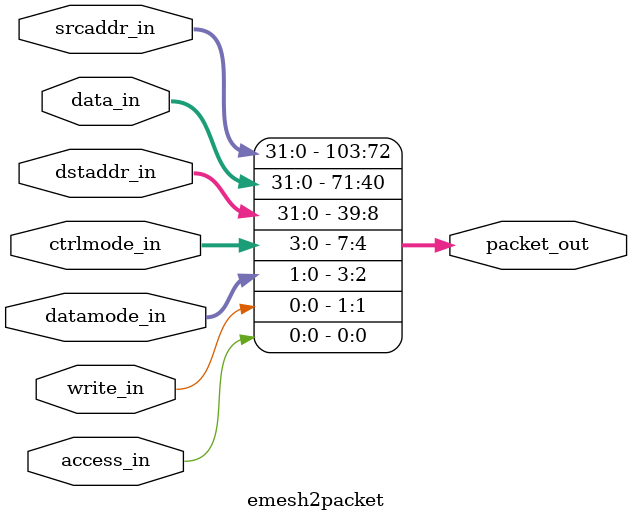
<source format=v>
module emesh2packet(
   packet_out,
   access_in, write_in, datamode_in, ctrlmode_in, dstaddr_in, data_in,
   srcaddr_in
   );
   parameter AW=32;
   parameter DW=32;
   parameter PW=104;
   input 	    access_in;
   input 	    write_in;   
   input [1:0] 	    datamode_in;
   input [3:0] 	    ctrlmode_in;
   input [AW-1:0]   dstaddr_in;
   input [DW-1:0]   data_in;   
   input [AW-1:0]   srcaddr_in;   
   output [PW-1:0]  packet_out;
   assign packet_out[0]       = access_in;
   assign packet_out[1]       = write_in;
   assign packet_out[3:2]     = datamode_in[1:0];
   assign packet_out[7:4]     = ctrlmode_in[3:0];
   assign packet_out[39:8]    = dstaddr_in[AW-1:0];
   assign packet_out[71:40]   = data_in[AW-1:0];
   assign packet_out[103:72]  = srcaddr_in[AW-1:0];
endmodule
</source>
